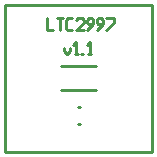
<source format=gbr>
G04 start of page 8 for group -4079 idx -4079 *
G04 Title: (unknown), topsilk *
G04 Creator: pcb 20110918 *
G04 CreationDate: Mon 21 Apr 2014 03:44:01 AM GMT UTC *
G04 For: railfan *
G04 Format: Gerber/RS-274X *
G04 PCB-Dimensions: 50000 50000 *
G04 PCB-Coordinate-Origin: lower left *
%MOIN*%
%FSLAX25Y25*%
%LNTOPSILK*%
%ADD33C,0.0100*%
G54D33*X500Y49500D02*X49500D01*
Y500D01*
X500D01*
Y49500D01*
X14500Y45000D02*Y41000D01*
X16500D01*
X17700Y45000D02*X19700D01*
X18700D02*Y41000D01*
X21400D02*X22900D01*
X20900Y41500D02*X21400Y41000D01*
X20900Y44500D02*Y41500D01*
Y44500D02*X21400Y45000D01*
X22900D01*
X24100Y44500D02*X24600Y45000D01*
X26100D01*
X26600Y44500D01*
Y43500D01*
X24100Y41000D02*X26600Y43500D01*
X24100Y41000D02*X26600D01*
X27800D02*X29800Y43000D01*
Y44500D02*Y43000D01*
X29300Y45000D02*X29800Y44500D01*
X28300Y45000D02*X29300D01*
X27800Y44500D02*X28300Y45000D01*
X27800Y44500D02*Y43500D01*
X28300Y43000D01*
X29800D01*
X31000Y41000D02*X33000Y43000D01*
Y44500D02*Y43000D01*
X32500Y45000D02*X33000Y44500D01*
X31500Y45000D02*X32500D01*
X31000Y44500D02*X31500Y45000D01*
X31000Y44500D02*Y43500D01*
X31500Y43000D01*
X33000D01*
X34200Y41000D02*X36700Y43500D01*
Y45000D02*Y43500D01*
X34200Y45000D02*X36700D01*
X20000Y35000D02*Y34000D01*
X21000Y33000D01*
X22000Y34000D01*
Y35000D02*Y34000D01*
X23700Y33000D02*X24700D01*
X24200Y37000D02*Y33000D01*
X23200Y36000D02*X24200Y37000D01*
X25900Y33000D02*X26400D01*
X28100D02*X29100D01*
X28600Y37000D02*Y33000D01*
X27600Y36000D02*X28600Y37000D01*
X19094Y21063D02*X30906D01*
X19094Y28937D02*X30906D01*
X24607Y9745D02*X25393D01*
X24607Y15255D02*X25393D01*
M02*

</source>
